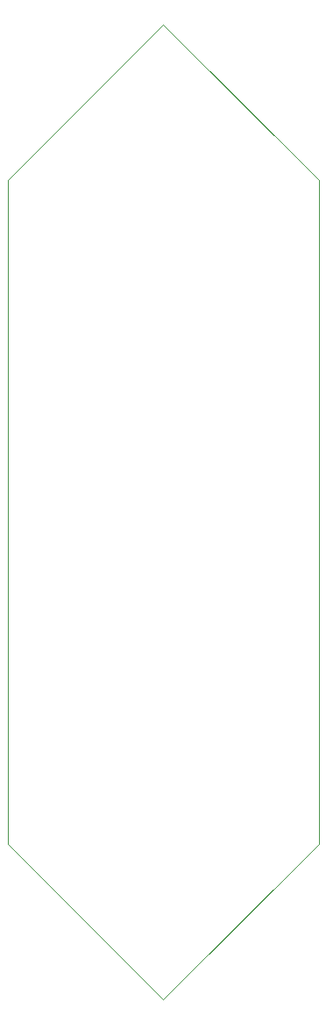
<source format=gbr>
G04 #@! TF.GenerationSoftware,KiCad,Pcbnew,(5.1.7)-1*
G04 #@! TF.CreationDate,2020-10-07T12:45:54-07:00*
G04 #@! TF.ProjectId,bigass_7_segment,62696761-7373-45f3-975f-7365676d656e,rev?*
G04 #@! TF.SameCoordinates,Original*
G04 #@! TF.FileFunction,Profile,NP*
%FSLAX46Y46*%
G04 Gerber Fmt 4.6, Leading zero omitted, Abs format (unit mm)*
G04 Created by KiCad (PCBNEW (5.1.7)-1) date 2020-10-07 12:45:54*
%MOMM*%
%LPD*%
G01*
G04 APERTURE LIST*
G04 #@! TA.AperFunction,Profile*
%ADD10C,0.050000*%
G04 #@! TD*
G04 APERTURE END LIST*
D10*
X0Y-11000000D02*
X-15000000Y4000000D01*
X15000000Y4000000D02*
X0Y-11000000D01*
X15000000Y68000000D02*
X15000000Y4000000D01*
X0Y83000000D02*
X15000000Y68000000D01*
X-15000000Y68000000D02*
X0Y83000000D01*
X-15000000Y4000000D02*
X-15000000Y68000000D01*
M02*

</source>
